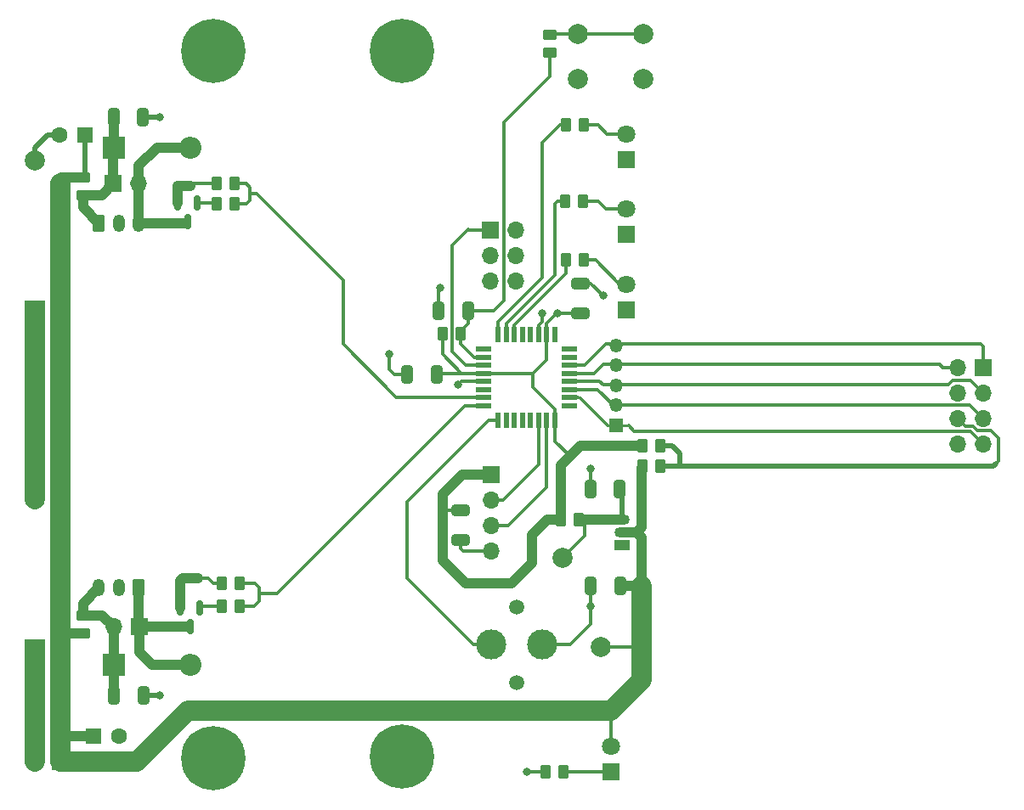
<source format=gbr>
%TF.GenerationSoftware,KiCad,Pcbnew,(7.0.0)*%
%TF.CreationDate,2023-09-21T17:16:17+12:00*%
%TF.ProjectId,MainBoard,4d61696e-426f-4617-9264-2e6b69636164,rev?*%
%TF.SameCoordinates,PX48ab840PY7b0df40*%
%TF.FileFunction,Copper,L1,Top*%
%TF.FilePolarity,Positive*%
%FSLAX46Y46*%
G04 Gerber Fmt 4.6, Leading zero omitted, Abs format (unit mm)*
G04 Created by KiCad (PCBNEW (7.0.0)) date 2023-09-21 17:16:17*
%MOMM*%
%LPD*%
G01*
G04 APERTURE LIST*
G04 Aperture macros list*
%AMRoundRect*
0 Rectangle with rounded corners*
0 $1 Rounding radius*
0 $2 $3 $4 $5 $6 $7 $8 $9 X,Y pos of 4 corners*
0 Add a 4 corners polygon primitive as box body*
4,1,4,$2,$3,$4,$5,$6,$7,$8,$9,$2,$3,0*
0 Add four circle primitives for the rounded corners*
1,1,$1+$1,$2,$3*
1,1,$1+$1,$4,$5*
1,1,$1+$1,$6,$7*
1,1,$1+$1,$8,$9*
0 Add four rect primitives between the rounded corners*
20,1,$1+$1,$2,$3,$4,$5,0*
20,1,$1+$1,$4,$5,$6,$7,0*
20,1,$1+$1,$6,$7,$8,$9,0*
20,1,$1+$1,$8,$9,$2,$3,0*%
G04 Aperture macros list end*
%TA.AperFunction,SMDPad,CuDef*%
%ADD10RoundRect,0.250000X0.262500X0.450000X-0.262500X0.450000X-0.262500X-0.450000X0.262500X-0.450000X0*%
%TD*%
%TA.AperFunction,ComponentPad*%
%ADD11R,1.800000X1.800000*%
%TD*%
%TA.AperFunction,ComponentPad*%
%ADD12C,1.800000*%
%TD*%
%TA.AperFunction,WasherPad*%
%ADD13C,1.500000*%
%TD*%
%TA.AperFunction,ComponentPad*%
%ADD14C,3.000000*%
%TD*%
%TA.AperFunction,ComponentPad*%
%ADD15R,1.350000X1.350000*%
%TD*%
%TA.AperFunction,ComponentPad*%
%ADD16O,1.350000X1.350000*%
%TD*%
%TA.AperFunction,SMDPad,CuDef*%
%ADD17RoundRect,0.250000X-0.262500X-0.450000X0.262500X-0.450000X0.262500X0.450000X-0.262500X0.450000X0*%
%TD*%
%TA.AperFunction,ComponentPad*%
%ADD18C,0.800000*%
%TD*%
%TA.AperFunction,ComponentPad*%
%ADD19C,6.400000*%
%TD*%
%TA.AperFunction,SMDPad,CuDef*%
%ADD20C,2.000000*%
%TD*%
%TA.AperFunction,SMDPad,CuDef*%
%ADD21RoundRect,0.150000X-0.150000X0.587500X-0.150000X-0.587500X0.150000X-0.587500X0.150000X0.587500X0*%
%TD*%
%TA.AperFunction,SMDPad,CuDef*%
%ADD22RoundRect,0.250000X-0.450000X0.262500X-0.450000X-0.262500X0.450000X-0.262500X0.450000X0.262500X0*%
%TD*%
%TA.AperFunction,SMDPad,CuDef*%
%ADD23RoundRect,0.250000X-0.325000X-0.650000X0.325000X-0.650000X0.325000X0.650000X-0.325000X0.650000X0*%
%TD*%
%TA.AperFunction,SMDPad,CuDef*%
%ADD24RoundRect,0.250000X0.450000X-0.262500X0.450000X0.262500X-0.450000X0.262500X-0.450000X-0.262500X0*%
%TD*%
%TA.AperFunction,ComponentPad*%
%ADD25C,2.000000*%
%TD*%
%TA.AperFunction,SMDPad,CuDef*%
%ADD26RoundRect,0.250000X0.650000X-0.325000X0.650000X0.325000X-0.650000X0.325000X-0.650000X-0.325000X0*%
%TD*%
%TA.AperFunction,ComponentPad*%
%ADD27R,1.700000X1.700000*%
%TD*%
%TA.AperFunction,ComponentPad*%
%ADD28O,1.700000X1.700000*%
%TD*%
%TA.AperFunction,SMDPad,CuDef*%
%ADD29R,0.550000X1.600000*%
%TD*%
%TA.AperFunction,SMDPad,CuDef*%
%ADD30R,1.600000X0.550000*%
%TD*%
%TA.AperFunction,ComponentPad*%
%ADD31R,2.200000X2.200000*%
%TD*%
%TA.AperFunction,ComponentPad*%
%ADD32O,2.200000X2.200000*%
%TD*%
%TA.AperFunction,ComponentPad*%
%ADD33R,1.500000X1.050000*%
%TD*%
%TA.AperFunction,ComponentPad*%
%ADD34O,1.500000X1.050000*%
%TD*%
%TA.AperFunction,SMDPad,CuDef*%
%ADD35RoundRect,0.250000X0.325000X0.650000X-0.325000X0.650000X-0.325000X-0.650000X0.325000X-0.650000X0*%
%TD*%
%TA.AperFunction,SMDPad,CuDef*%
%ADD36RoundRect,0.250000X-0.650000X0.325000X-0.650000X-0.325000X0.650000X-0.325000X0.650000X0.325000X0*%
%TD*%
%TA.AperFunction,ComponentPad*%
%ADD37R,1.600000X1.600000*%
%TD*%
%TA.AperFunction,ComponentPad*%
%ADD38C,1.600000*%
%TD*%
%TA.AperFunction,ComponentPad*%
%ADD39RoundRect,0.250000X0.350000X0.625000X-0.350000X0.625000X-0.350000X-0.625000X0.350000X-0.625000X0*%
%TD*%
%TA.AperFunction,ComponentPad*%
%ADD40O,1.200000X1.750000*%
%TD*%
%TA.AperFunction,ComponentPad*%
%ADD41RoundRect,0.250000X-0.350000X-0.625000X0.350000X-0.625000X0.350000X0.625000X-0.350000X0.625000X0*%
%TD*%
%TA.AperFunction,ComponentPad*%
%ADD42R,2.000000X2.000000*%
%TD*%
%TA.AperFunction,ViaPad*%
%ADD43C,0.800000*%
%TD*%
%TA.AperFunction,Conductor*%
%ADD44C,2.000000*%
%TD*%
%TA.AperFunction,Conductor*%
%ADD45C,0.300000*%
%TD*%
%TA.AperFunction,Conductor*%
%ADD46C,1.000000*%
%TD*%
%TA.AperFunction,Conductor*%
%ADD47C,0.500000*%
%TD*%
%TA.AperFunction,Conductor*%
%ADD48C,0.250000*%
%TD*%
G04 APERTURE END LIST*
D10*
%TO.P,R9,1*%
%TO.N,/L_MOTOR_PWM*%
X22756500Y59182000D03*
%TO.P,R9,2*%
%TO.N,Net-(Q1-G)*%
X20931500Y59182000D03*
%TD*%
%TO.P,R10,1*%
%TO.N,/R_MOTOR_PWM*%
X23264500Y21336000D03*
%TO.P,R10,2*%
%TO.N,GND*%
X21439500Y21336000D03*
%TD*%
D11*
%TO.P,D2,1,K*%
%TO.N,GND*%
X61721999Y48628999D03*
D12*
%TO.P,D2,2,A*%
%TO.N,Net-(D2-A)*%
X61722000Y51169000D03*
%TD*%
D13*
%TO.P,BZ1,*%
%TO.N,*%
X50800000Y18990000D03*
X50800000Y11490000D03*
D14*
%TO.P,BZ1,1,-*%
%TO.N,/BUZZER*%
X48260000Y15240000D03*
%TO.P,BZ1,2,+*%
%TO.N,GND*%
X53340000Y15240000D03*
%TD*%
D15*
%TO.P,J9,1,Pin_1*%
%TO.N,/IR_1*%
X60705999Y37115999D03*
D16*
%TO.P,J9,2,Pin_2*%
%TO.N,/IR_2*%
X60705999Y39115999D03*
%TO.P,J9,3,Pin_3*%
%TO.N,/IR_3*%
X60705999Y41115999D03*
%TO.P,J9,4,Pin_4*%
%TO.N,/IR_4*%
X60705999Y43115999D03*
%TO.P,J9,5,Pin_5*%
%TO.N,/IR_5*%
X60705999Y45115999D03*
%TD*%
D17*
%TO.P,R15,1*%
%TO.N,+6V*%
X63349500Y33020000D03*
%TO.P,R15,2*%
%TO.N,Net-(J4-Pin_6)*%
X65174500Y33020000D03*
%TD*%
D18*
%TO.P,H4,1*%
%TO.N,N/C*%
X37050944Y4064000D03*
X37753888Y5761056D03*
X37753888Y2366944D03*
X39450944Y6464000D03*
D19*
X39450944Y4064000D03*
D18*
X39450944Y1664000D03*
X41148000Y5761056D03*
X41148000Y2366944D03*
X41850944Y4064000D03*
%TD*%
D20*
%TO.P,TP6V1,1,1*%
%TO.N,+6V*%
X59182000Y14986000D03*
%TD*%
D21*
%TO.P,Q1,1,G*%
%TO.N,Net-(Q1-G)*%
X18984000Y59279000D03*
%TO.P,Q1,2,S*%
%TO.N,GND*%
X17084000Y59279000D03*
%TO.P,Q1,3,D*%
%TO.N,Net-(D5-A)*%
X18034000Y57404000D03*
%TD*%
D22*
%TO.P,R12,1*%
%TO.N,+6V*%
X7620000Y61872500D03*
%TO.P,R12,2*%
%TO.N,Net-(D5-K)*%
X7620000Y60047500D03*
%TD*%
D17*
%TO.P,R14,1*%
%TO.N,+3V3*%
X63349500Y35052000D03*
%TO.P,R14,2*%
%TO.N,Net-(J4-Pin_6)*%
X65174500Y35052000D03*
%TD*%
D23*
%TO.P,C7,1*%
%TO.N,Net-(D5-K)*%
X10668000Y67818000D03*
%TO.P,C7,2*%
%TO.N,GND*%
X13618000Y67818000D03*
%TD*%
D24*
%TO.P,R4,1*%
%TO.N,/RESET*%
X54102000Y74271500D03*
%TO.P,R4,2*%
%TO.N,Net-(SW1-A)*%
X54102000Y76096500D03*
%TD*%
D11*
%TO.P,D3,1,K*%
%TO.N,GND*%
X61721999Y56128999D03*
D12*
%TO.P,D3,2,A*%
%TO.N,Net-(D3-A)*%
X61722000Y58669000D03*
%TD*%
D25*
%TO.P,SW1,1,A*%
%TO.N,Net-(SW1-A)*%
X56948000Y76164000D03*
X63448000Y76164000D03*
%TO.P,SW1,2,B*%
%TO.N,GND*%
X56948000Y71664000D03*
X63448000Y71664000D03*
%TD*%
D17*
%TO.P,R2,1*%
%TO.N,+3V3*%
X55221500Y27686000D03*
%TO.P,R2,2*%
%TO.N,Net-(U1-VO)*%
X57046500Y27686000D03*
%TD*%
D10*
%TO.P,R11,1*%
%TO.N,/R_MOTOR_PWM*%
X23264500Y19050000D03*
%TO.P,R11,2*%
%TO.N,Net-(Q2-G)*%
X21439500Y19050000D03*
%TD*%
D26*
%TO.P,C3,1*%
%TO.N,+3V3*%
X57150000Y48309000D03*
%TO.P,C3,2*%
%TO.N,GND*%
X57150000Y51259000D03*
%TD*%
D21*
%TO.P,Q2,1,G*%
%TO.N,Net-(Q2-G)*%
X19238000Y18893000D03*
%TO.P,Q2,2,S*%
%TO.N,GND*%
X17338000Y18893000D03*
%TO.P,Q2,3,D*%
%TO.N,Net-(D6-A)*%
X18288000Y17018000D03*
%TD*%
D27*
%TO.P,J2,1,Pin_1*%
%TO.N,/UPDI_DATA*%
X48254999Y56626999D03*
D28*
%TO.P,J2,2,Pin_2*%
%TO.N,+3V3*%
X50794999Y56626999D03*
%TO.P,J2,3,Pin_3*%
%TO.N,unconnected-(J2-Pin_3-Pad3)*%
X48254999Y54086999D03*
%TO.P,J2,4,Pin_4*%
%TO.N,unconnected-(J2-Pin_4-Pad4)*%
X50794999Y54086999D03*
%TO.P,J2,5,Pin_5*%
%TO.N,unconnected-(J2-Pin_5-Pad5)*%
X48254999Y51546999D03*
%TO.P,J2,6,Pin_6*%
%TO.N,GND*%
X50794999Y51546999D03*
%TD*%
D29*
%TO.P,U2,1,PA3*%
%TO.N,/BUZZER*%
X49015999Y37659999D03*
%TO.P,U2,2,PA4*%
%TO.N,unconnected-(U2-PA4-Pad2)*%
X49815999Y37659999D03*
%TO.P,U2,3,PA5*%
%TO.N,unconnected-(U2-PA5-Pad3)*%
X50615999Y37659999D03*
%TO.P,U2,4,PA6*%
%TO.N,unconnected-(U2-PA6-Pad4)*%
X51415999Y37659999D03*
%TO.P,U2,5,PA7*%
%TO.N,unconnected-(U2-PA7-Pad5)*%
X52215999Y37659999D03*
%TO.P,U2,6,PC0*%
%TO.N,/TxD*%
X53015999Y37659999D03*
%TO.P,U2,7,PC1*%
%TO.N,/RxD*%
X53815999Y37659999D03*
%TO.P,U2,8,PC2*%
%TO.N,+3V3*%
X54615999Y37659999D03*
D30*
%TO.P,U2,9,PC3*%
%TO.N,unconnected-(U2-PC3-Pad9)*%
X56065999Y39109999D03*
%TO.P,U2,10,PD0*%
%TO.N,/IR_1*%
X56065999Y39909999D03*
%TO.P,U2,11,PD1*%
%TO.N,/IR_2*%
X56065999Y40709999D03*
%TO.P,U2,12,PD2*%
%TO.N,/IR_3*%
X56065999Y41509999D03*
%TO.P,U2,13,PD3*%
%TO.N,/IR_4*%
X56065999Y42309999D03*
%TO.P,U2,14,PD4*%
%TO.N,/IR_5*%
X56065999Y43109999D03*
%TO.P,U2,15,PD5*%
%TO.N,unconnected-(U2-PD5-Pad15)*%
X56065999Y43909999D03*
%TO.P,U2,16,PD6*%
%TO.N,unconnected-(U2-PD6-Pad16)*%
X56065999Y44709999D03*
D29*
%TO.P,U2,17,PD7*%
%TO.N,unconnected-(U2-PD7-Pad17)*%
X54615999Y46159999D03*
%TO.P,U2,18,AVDD*%
%TO.N,+3V3*%
X53815999Y46159999D03*
%TO.P,U2,19,GND*%
%TO.N,GND*%
X53015999Y46159999D03*
%TO.P,U2,20,PF0/TOSC1*%
%TO.N,unconnected-(U2-PF0{slash}TOSC1-Pad20)*%
X52215999Y46159999D03*
%TO.P,U2,21,PF1/TOSC2*%
%TO.N,unconnected-(U2-PF1{slash}TOSC2-Pad21)*%
X51415999Y46159999D03*
%TO.P,U2,22,PF2*%
%TO.N,/LED_1*%
X50615999Y46159999D03*
%TO.P,U2,23,PF3*%
%TO.N,/LED_2*%
X49815999Y46159999D03*
%TO.P,U2,24,PF4*%
%TO.N,/LED_3*%
X49015999Y46159999D03*
D30*
%TO.P,U2,25,PF5*%
%TO.N,unconnected-(U2-PF5-Pad25)*%
X47565999Y44709999D03*
%TO.P,U2,26,PF6/~{RESET}*%
%TO.N,/RESET*%
X47565999Y43909999D03*
%TO.P,U2,27,UPDI*%
%TO.N,/UPDI_DATA*%
X47565999Y43109999D03*
%TO.P,U2,28,VDD*%
%TO.N,+3V3*%
X47565999Y42309999D03*
%TO.P,U2,29,GND*%
%TO.N,GND*%
X47565999Y41509999D03*
%TO.P,U2,30,EXTCLK/PA0*%
%TO.N,unconnected-(U2-EXTCLK{slash}PA0-Pad30)*%
X47565999Y40709999D03*
%TO.P,U2,31,PA1*%
%TO.N,/L_MOTOR_PWM*%
X47565999Y39909999D03*
%TO.P,U2,32,PA2*%
%TO.N,/R_MOTOR_PWM*%
X47565999Y39109999D03*
%TD*%
D17*
%TO.P,R3,1*%
%TO.N,+3V3*%
X43434000Y46228000D03*
%TO.P,R3,2*%
%TO.N,/RESET*%
X45259000Y46228000D03*
%TD*%
D11*
%TO.P,D1,1,K*%
%TO.N,Net-(D1-K)*%
X60197999Y2534999D03*
D12*
%TO.P,D1,2,A*%
%TO.N,+6V*%
X60198000Y5075000D03*
%TD*%
D18*
%TO.P,H2,1*%
%TO.N,N/C*%
X36970000Y74422000D03*
X37672944Y76119056D03*
X37672944Y72724944D03*
X39370000Y76822000D03*
D19*
X39370000Y74422000D03*
D18*
X39370000Y72022000D03*
X41067056Y76119056D03*
X41067056Y72724944D03*
X41770000Y74422000D03*
%TD*%
D17*
%TO.P,R5,1*%
%TO.N,/LED_1*%
X55729500Y53594000D03*
%TO.P,R5,2*%
%TO.N,Net-(D2-A)*%
X57554500Y53594000D03*
%TD*%
%TO.P,R6,1*%
%TO.N,/LED_2*%
X55626000Y59436000D03*
%TO.P,R6,2*%
%TO.N,Net-(D3-A)*%
X57451000Y59436000D03*
%TD*%
D18*
%TO.P,H3,1*%
%TO.N,N/C*%
X18174000Y3890944D03*
X18876944Y5588000D03*
X18876944Y2193888D03*
X20574000Y6290944D03*
D19*
X20574000Y3890944D03*
D18*
X20574000Y1490944D03*
X22271056Y5588000D03*
X22271056Y2193888D03*
X22974000Y3890944D03*
%TD*%
D27*
%TO.P,J1,1,Pin_1*%
%TO.N,+6V*%
X5338999Y3555999D03*
D28*
%TO.P,J1,2,Pin_2*%
%TO.N,Net-(BT1-+)*%
X2798999Y3555999D03*
%TD*%
D23*
%TO.P,C8,1*%
%TO.N,Net-(D6-K)*%
X10717000Y10160000D03*
%TO.P,C8,2*%
%TO.N,GND*%
X13667000Y10160000D03*
%TD*%
D31*
%TO.P,D5,1,K*%
%TO.N,Net-(D5-K)*%
X10667999Y64769999D03*
D32*
%TO.P,D5,2,A*%
%TO.N,Net-(D5-A)*%
X18287999Y64769999D03*
%TD*%
D33*
%TO.P,U1,1,GND*%
%TO.N,GND*%
X61319999Y25145999D03*
D34*
%TO.P,U1,2,VI*%
%TO.N,+6V*%
X61319999Y26415999D03*
%TO.P,U1,3,VO*%
%TO.N,Net-(U1-VO)*%
X61319999Y27685999D03*
%TD*%
D11*
%TO.P,D4,1,K*%
%TO.N,GND*%
X61721999Y63628999D03*
D12*
%TO.P,D4,2,A*%
%TO.N,Net-(D4-A)*%
X61722000Y66169000D03*
%TD*%
D35*
%TO.P,C5,1*%
%TO.N,/RESET*%
X45974000Y48514000D03*
%TO.P,C5,2*%
%TO.N,GND*%
X43024000Y48514000D03*
%TD*%
D36*
%TO.P,C6,1*%
%TO.N,+3V3*%
X45212000Y28653000D03*
%TO.P,C6,2*%
%TO.N,GND*%
X45212000Y25703000D03*
%TD*%
D10*
%TO.P,R8,1*%
%TO.N,/L_MOTOR_PWM*%
X22756500Y61214000D03*
%TO.P,R8,2*%
%TO.N,GND*%
X20931500Y61214000D03*
%TD*%
D35*
%TO.P,C2,1*%
%TO.N,Net-(U1-VO)*%
X61116000Y30734000D03*
%TO.P,C2,2*%
%TO.N,GND*%
X58166000Y30734000D03*
%TD*%
D27*
%TO.P,J8,1,Pin_1*%
%TO.N,Net-(D6-A)*%
X13212999Y17017999D03*
D28*
%TO.P,J8,2,Pin_2*%
%TO.N,Net-(D6-K)*%
X10672999Y17017999D03*
%TD*%
D17*
%TO.P,R7,1*%
%TO.N,/LED_3*%
X55729500Y67056000D03*
%TO.P,R7,2*%
%TO.N,Net-(D4-A)*%
X57554500Y67056000D03*
%TD*%
D27*
%TO.P,J3,1,Pin_1*%
%TO.N,+3V3*%
X48259999Y32247999D03*
D28*
%TO.P,J3,2,Pin_2*%
%TO.N,/TxD*%
X48259999Y29707999D03*
%TO.P,J3,3,Pin_3*%
%TO.N,/RxD*%
X48259999Y27167999D03*
%TO.P,J3,4,Pin_4*%
%TO.N,GND*%
X48259999Y24627999D03*
%TD*%
D10*
%TO.P,R1,1*%
%TO.N,Net-(D1-K)*%
X55522500Y2540000D03*
%TO.P,R1,2*%
%TO.N,GND*%
X53697500Y2540000D03*
%TD*%
D20*
%TO.P,TP3V3,1,1*%
%TO.N,Net-(U1-VO)*%
X55372000Y23876000D03*
%TD*%
D37*
%TO.P,C9,1*%
%TO.N,+6V*%
X8700887Y6095999D03*
D38*
%TO.P,C9,2*%
%TO.N,GND*%
X11200888Y6096000D03*
%TD*%
D35*
%TO.P,C1,1*%
%TO.N,+6V*%
X61165000Y21082000D03*
%TO.P,C1,2*%
%TO.N,GND*%
X58215000Y21082000D03*
%TD*%
D31*
%TO.P,D6,1,K*%
%TO.N,Net-(D6-K)*%
X10667999Y13207999D03*
D32*
%TO.P,D6,2,A*%
%TO.N,Net-(D6-A)*%
X18287999Y13207999D03*
%TD*%
D35*
%TO.P,C4,1*%
%TO.N,+3V3*%
X42877000Y42164000D03*
%TO.P,C4,2*%
%TO.N,GND*%
X39927000Y42164000D03*
%TD*%
D39*
%TO.P,J5,1,Pin_1*%
%TO.N,Net-(D6-A)*%
X13176000Y20918000D03*
D40*
%TO.P,J5,2,Pin_2*%
%TO.N,unconnected-(J5-Pin_2-Pad2)*%
X11175999Y20917999D03*
%TO.P,J5,3,Pin_3*%
%TO.N,Net-(D6-K)*%
X9175999Y20917999D03*
%TD*%
D41*
%TO.P,J6,1,Pin_1*%
%TO.N,Net-(D5-K)*%
X9176000Y57314000D03*
D40*
%TO.P,J6,2,Pin_2*%
%TO.N,unconnected-(J6-Pin_2-Pad2)*%
X11175999Y57313999D03*
%TO.P,J6,3,Pin_3*%
%TO.N,Net-(D5-A)*%
X13175999Y57313999D03*
%TD*%
D37*
%TO.P,C10,1*%
%TO.N,+6V*%
X7809111Y66039999D03*
D38*
%TO.P,C10,2*%
%TO.N,GND*%
X5309112Y66040000D03*
%TD*%
D24*
%TO.P,R13,1*%
%TO.N,+6V*%
X7620000Y16359500D03*
%TO.P,R13,2*%
%TO.N,Net-(D6-K)*%
X7620000Y18184500D03*
%TD*%
D27*
%TO.P,J7,1,Pin_1*%
%TO.N,Net-(D5-K)*%
X10662999Y61213999D03*
D28*
%TO.P,J7,2,Pin_2*%
%TO.N,Net-(D5-A)*%
X13202999Y61213999D03*
%TD*%
D18*
%TO.P,H1,1,1*%
%TO.N,GND*%
X18174000Y74422000D03*
X18876944Y76119056D03*
X18876944Y72724944D03*
X20574000Y76822000D03*
D19*
X20574000Y74422000D03*
D18*
X20574000Y72022000D03*
X22271056Y76119056D03*
X22271056Y72724944D03*
X22974000Y74422000D03*
%TD*%
D42*
%TO.P,BT1,1,+*%
%TO.N,Net-(BT1-+)*%
X2793999Y14727999D03*
D25*
%TO.P,BT1,2,-*%
%TO.N,Net-(BT1--)*%
X2794000Y29718000D03*
%TD*%
D42*
%TO.P,BT2,1,+*%
%TO.N,Net-(BT1--)*%
X2793999Y48513999D03*
D25*
%TO.P,BT2,2,-*%
%TO.N,GND*%
X2794000Y63504000D03*
%TD*%
D27*
%TO.P,J4,1,Pin_1*%
%TO.N,/IR_5*%
X97286999Y42915999D03*
D28*
%TO.P,J4,2,Pin_2*%
%TO.N,/IR_4*%
X94746999Y42915999D03*
%TO.P,J4,3,Pin_3*%
%TO.N,/IR_3*%
X97286999Y40375999D03*
%TO.P,J4,4,Pin_4*%
%TO.N,GND*%
X94746999Y40375999D03*
%TO.P,J4,5,Pin_5*%
%TO.N,/IR_2*%
X97286999Y37835999D03*
%TO.P,J4,6,Pin_6*%
%TO.N,Net-(J4-Pin_6)*%
X94746999Y37835999D03*
%TO.P,J4,7,Pin_7*%
%TO.N,/IR_1*%
X97286999Y35295999D03*
%TO.P,J4,8,Pin_8*%
%TO.N,GND*%
X94746999Y35295999D03*
%TD*%
D43*
%TO.N,GND*%
X17033317Y60960000D03*
X59436000Y50038000D03*
X43180000Y50800000D03*
X15240000Y67818000D03*
X19050000Y21844000D03*
X58166000Y32766000D03*
X51816000Y2540000D03*
X53340000Y48260000D03*
X58166000Y19050000D03*
X18288000Y60960000D03*
X15240000Y10160000D03*
X38100000Y44196000D03*
X17526000Y21844000D03*
X44958000Y41148000D03*
%TO.N,+3V3*%
X54864000Y48260000D03*
%TD*%
D44*
%TO.N,Net-(BT1-+)*%
X2799000Y14723000D02*
X2794000Y14728000D01*
X2799000Y3556000D02*
X2799000Y14723000D01*
%TO.N,Net-(BT1--)*%
X2794000Y29718000D02*
X2794000Y48514000D01*
D45*
%TO.N,GND*%
X53340000Y48260000D02*
X53340000Y47459000D01*
X53016000Y47135000D02*
X53016000Y46160000D01*
X20574000Y21336000D02*
X20066000Y21844000D01*
X58215000Y21082000D02*
X58215000Y19099000D01*
X58166000Y30734000D02*
X58166000Y32766000D01*
D46*
X17338000Y21656000D02*
X17526000Y21844000D01*
D45*
X18542000Y61214000D02*
X18288000Y60960000D01*
X21439500Y21336000D02*
X20574000Y21336000D01*
X53340000Y47459000D02*
X53016000Y47135000D01*
X58215000Y19099000D02*
X58166000Y19050000D01*
X38100000Y42672000D02*
X38100000Y44196000D01*
D46*
X17084000Y59279000D02*
X17084000Y60909317D01*
D45*
X57150000Y51259000D02*
X58215000Y51259000D01*
X45320000Y41510000D02*
X44958000Y41148000D01*
X53697500Y2540000D02*
X51816000Y2540000D01*
X45466000Y24628000D02*
X48260000Y24628000D01*
X43024000Y48514000D02*
X43024000Y50644000D01*
X47566000Y41510000D02*
X45320000Y41510000D01*
D47*
X13618000Y67818000D02*
X15240000Y67818000D01*
D45*
X39927000Y42164000D02*
X38608000Y42164000D01*
D47*
X4064000Y66040000D02*
X2794000Y64770000D01*
D45*
X53340000Y15240000D02*
X56134000Y15240000D01*
X45212000Y24882000D02*
X45466000Y24628000D01*
D47*
X13667000Y10160000D02*
X15240000Y10160000D01*
D45*
X38608000Y42164000D02*
X38100000Y42672000D01*
X20931500Y61214000D02*
X18542000Y61214000D01*
X20066000Y21844000D02*
X19050000Y21844000D01*
D47*
X2794000Y64770000D02*
X2794000Y63504000D01*
D46*
X17033317Y60960000D02*
X18288000Y60960000D01*
D45*
X58166000Y17272000D02*
X58166000Y19050000D01*
X43024000Y50644000D02*
X43180000Y50800000D01*
D46*
X17526000Y21844000D02*
X19050000Y21844000D01*
X17084000Y60909317D02*
X17033317Y60960000D01*
D45*
X56134000Y15240000D02*
X58166000Y17272000D01*
D46*
X17338000Y18893000D02*
X17338000Y21656000D01*
D45*
X45212000Y25703000D02*
X45212000Y24882000D01*
D47*
X5309112Y66040000D02*
X4064000Y66040000D01*
D45*
X58215000Y51259000D02*
X59436000Y50038000D01*
D46*
%TO.N,+6V*%
X62738000Y26416000D02*
X63246000Y26924000D01*
D47*
X7809112Y62061612D02*
X7620000Y61872500D01*
D45*
X60198000Y5075000D02*
X60198000Y8636000D01*
D44*
X63246000Y15240000D02*
X63246000Y21082000D01*
X18034000Y8636000D02*
X60198000Y8636000D01*
D46*
X63246000Y26924000D02*
X63246000Y32916500D01*
D44*
X7620000Y3556000D02*
X11684000Y3556000D01*
D45*
X59182000Y14986000D02*
X62992000Y14986000D01*
D44*
X11684000Y3556000D02*
X12954000Y3556000D01*
X60198000Y8636000D02*
X63246000Y11684000D01*
D45*
X12446000Y4318000D02*
X11684000Y3556000D01*
D46*
X7620000Y16359500D02*
X5442500Y16359500D01*
X63246000Y32916500D02*
X63349500Y33020000D01*
D44*
X5339000Y3556000D02*
X5339000Y6096000D01*
X5339000Y16256000D02*
X5339000Y61214000D01*
D46*
X61320000Y26416000D02*
X62738000Y26416000D01*
X5442500Y16359500D02*
X5339000Y16256000D01*
D44*
X12954000Y3556000D02*
X18034000Y8636000D01*
X5339000Y6096000D02*
X5339000Y16256000D01*
D46*
X61165000Y21082000D02*
X63246000Y21082000D01*
D45*
X62992000Y14986000D02*
X63246000Y15240000D01*
D46*
X7620000Y61872500D02*
X5442500Y61872500D01*
D47*
X7809112Y66040000D02*
X7809112Y62061612D01*
D46*
X63246000Y25908000D02*
X63246000Y21082000D01*
X8700888Y6096000D02*
X5339000Y6096000D01*
D44*
X5339000Y3556000D02*
X7620000Y3556000D01*
X63246000Y11684000D02*
X63246000Y15240000D01*
D46*
X62738000Y26416000D02*
X63246000Y25908000D01*
D45*
%TO.N,Net-(U1-VO)*%
X57596500Y27686000D02*
X57596500Y26100500D01*
D47*
X61320000Y30530000D02*
X61116000Y30734000D01*
D46*
X61320000Y27686000D02*
X57596500Y27686000D01*
D45*
X57596500Y26100500D02*
X55372000Y23876000D01*
D47*
X61320000Y27686000D02*
X61320000Y30530000D01*
D46*
%TO.N,+3V3*%
X43434000Y30226000D02*
X43434000Y28702000D01*
X55221500Y33123500D02*
X56134000Y34036000D01*
X50292000Y21336000D02*
X52324000Y23368000D01*
D45*
X54616000Y35554000D02*
X56134000Y34036000D01*
X53816000Y46160000D02*
X53816000Y47260000D01*
X47566000Y42310000D02*
X45320000Y42310000D01*
D46*
X48260000Y32248000D02*
X45456000Y32248000D01*
D45*
X43483000Y28653000D02*
X43434000Y28702000D01*
X52470000Y40906000D02*
X52470000Y42310000D01*
D46*
X55221500Y27686000D02*
X55221500Y33123500D01*
D45*
X52470000Y42310000D02*
X53816000Y43656000D01*
D46*
X57150000Y35052000D02*
X63349500Y35052000D01*
X52324000Y26162000D02*
X53848000Y27686000D01*
X53848000Y27686000D02*
X55221500Y27686000D01*
D45*
X45212000Y28653000D02*
X43483000Y28653000D01*
X53816000Y43656000D02*
X53816000Y46160000D01*
X53816000Y47260000D02*
X54816000Y48260000D01*
X43434000Y44196000D02*
X43434000Y46228000D01*
D46*
X45720000Y21336000D02*
X50292000Y21336000D01*
D45*
X54865000Y48309000D02*
X57150000Y48309000D01*
X54616000Y37660000D02*
X54616000Y35554000D01*
D46*
X45456000Y32248000D02*
X43434000Y30226000D01*
D45*
X45320000Y42310000D02*
X43023000Y42310000D01*
X54864000Y48260000D02*
X54864000Y48308000D01*
X43023000Y42310000D02*
X42877000Y42164000D01*
X47566000Y42310000D02*
X52470000Y42310000D01*
X54864000Y48308000D02*
X54865000Y48309000D01*
X45320000Y42310000D02*
X43434000Y44196000D01*
D46*
X52324000Y23368000D02*
X52324000Y26162000D01*
X43434000Y23622000D02*
X45720000Y21336000D01*
D45*
X54616000Y37660000D02*
X54616000Y38760000D01*
D46*
X43434000Y28702000D02*
X43434000Y23622000D01*
X56134000Y34036000D02*
X57150000Y35052000D01*
D45*
X54816000Y48260000D02*
X54864000Y48260000D01*
X54616000Y38760000D02*
X52470000Y40906000D01*
%TO.N,/RESET*%
X49530000Y49530000D02*
X48514000Y48514000D01*
X48514000Y48514000D02*
X45974000Y48514000D01*
X54102000Y71882000D02*
X54102000Y74271500D01*
X54102000Y71882000D02*
X49530000Y67310000D01*
X45259000Y46228000D02*
X45259000Y46529000D01*
X45259000Y46529000D02*
X45974000Y47244000D01*
X45974000Y47244000D02*
X45974000Y48514000D01*
X49530000Y67310000D02*
X49530000Y49530000D01*
X45259000Y45242000D02*
X45259000Y46228000D01*
X47566000Y43910000D02*
X46591000Y43910000D01*
X46591000Y43910000D02*
X45259000Y45242000D01*
%TO.N,Net-(D1-K)*%
X60193000Y2540000D02*
X60198000Y2535000D01*
X55522500Y2540000D02*
X60193000Y2540000D01*
%TO.N,Net-(D2-A)*%
X61099000Y51169000D02*
X61722000Y51169000D01*
X58674000Y53594000D02*
X61099000Y51169000D01*
X57554500Y53594000D02*
X58674000Y53594000D01*
%TO.N,Net-(D3-A)*%
X57451000Y59436000D02*
X58928000Y59436000D01*
X59690000Y58674000D02*
X61717000Y58674000D01*
X61717000Y58674000D02*
X61722000Y58669000D01*
X58928000Y59436000D02*
X59690000Y58674000D01*
%TO.N,Net-(D4-A)*%
X59815000Y66169000D02*
X61722000Y66169000D01*
X57554500Y67056000D02*
X58928000Y67056000D01*
X58928000Y67056000D02*
X59815000Y66169000D01*
%TO.N,/UPDI_DATA*%
X44396500Y44503500D02*
X44396500Y55064500D01*
X45790000Y43110000D02*
X44396500Y44503500D01*
X47566000Y43110000D02*
X45790000Y43110000D01*
X45989000Y56627000D02*
X48255000Y56627000D01*
X44396500Y55064500D02*
X45974000Y56642000D01*
X45974000Y56642000D02*
X45989000Y56627000D01*
%TO.N,/TxD*%
X53016000Y33204000D02*
X49520000Y29708000D01*
X49520000Y29708000D02*
X48260000Y29708000D01*
X53016000Y37660000D02*
X53016000Y33204000D01*
%TO.N,/RxD*%
X53816000Y30956000D02*
X50028000Y27168000D01*
X53816000Y37660000D02*
X53816000Y30956000D01*
X50028000Y27168000D02*
X48260000Y27168000D01*
%TO.N,/IR_1*%
X97287000Y35296000D02*
X96087000Y36496000D01*
D48*
X61944000Y37116000D02*
X60706000Y37116000D01*
D45*
X62564000Y36496000D02*
X61976000Y37084000D01*
D48*
X56896000Y39910000D02*
X57118000Y39910000D01*
D45*
X96087000Y36496000D02*
X62564000Y36496000D01*
X56896000Y39910000D02*
X56066000Y39910000D01*
D48*
X61976000Y37084000D02*
X61944000Y37116000D01*
X59912000Y37116000D02*
X60706000Y37116000D01*
X57118000Y39910000D02*
X59912000Y37116000D01*
D45*
%TO.N,/IR_4*%
X58566000Y42310000D02*
X56066000Y42310000D01*
X94747000Y42916000D02*
X93228000Y42916000D01*
X92964000Y43180000D02*
X59436000Y43180000D01*
X59436000Y43180000D02*
X58566000Y42310000D01*
X93228000Y42916000D02*
X92964000Y43180000D01*
%TO.N,/IR_2*%
X60452000Y39116000D02*
X58858000Y40710000D01*
X96007000Y39116000D02*
X60452000Y39116000D01*
X97287000Y37836000D02*
X96007000Y39116000D01*
X58858000Y40710000D02*
X56066000Y40710000D01*
%TO.N,/IR_5*%
X97287000Y42916000D02*
X97287000Y44953000D01*
X97287000Y44953000D02*
X97028000Y45212000D01*
X97028000Y45212000D02*
X59690000Y45212000D01*
X57588000Y43110000D02*
X56066000Y43110000D01*
X59690000Y45212000D02*
X57588000Y43110000D01*
%TO.N,/IR_3*%
X59436000Y41148000D02*
X59074000Y41510000D01*
X93821943Y41148000D02*
X59436000Y41148000D01*
X94249943Y41576000D02*
X93821943Y41148000D01*
X59074000Y41510000D02*
X56066000Y41510000D01*
X96087000Y41576000D02*
X94249943Y41576000D01*
X97287000Y40376000D02*
X96087000Y41576000D01*
%TO.N,Net-(SW1-A)*%
X56948000Y76164000D02*
X54216500Y76164000D01*
X56948000Y76164000D02*
X63448000Y76164000D01*
%TO.N,/LED_1*%
X55729500Y52248500D02*
X55729500Y53594000D01*
X50616000Y46160000D02*
X50616000Y47135000D01*
X50616000Y47135000D02*
X55729500Y52248500D01*
%TO.N,/LED_2*%
X53102000Y50562000D02*
X54610000Y52070000D01*
X54864000Y59436000D02*
X55626000Y59436000D01*
X54610000Y59182000D02*
X54864000Y59436000D01*
X53102000Y50546000D02*
X53102000Y50562000D01*
X54610000Y52070000D02*
X54610000Y59182000D01*
X49816000Y47260000D02*
X53102000Y50546000D01*
X49816000Y46160000D02*
X49816000Y47260000D01*
%TO.N,/LED_3*%
X55118000Y67056000D02*
X55729500Y67056000D01*
X53340000Y51816000D02*
X53340000Y65278000D01*
X53340000Y65278000D02*
X55118000Y67056000D01*
X49016000Y46160000D02*
X49016000Y47492000D01*
X49016000Y47492000D02*
X53340000Y51816000D01*
%TO.N,/BUZZER*%
X39878000Y21844000D02*
X46482000Y15240000D01*
X46482000Y15240000D02*
X48260000Y15240000D01*
X49016000Y37660000D02*
X48074000Y37660000D01*
X48074000Y37660000D02*
X39878000Y29464000D01*
X39878000Y29464000D02*
X39878000Y21844000D01*
D46*
%TO.N,Net-(D5-K)*%
X10663000Y61214000D02*
X10663000Y64765000D01*
X9496500Y60047500D02*
X10663000Y61214000D01*
X7620000Y60047500D02*
X7620000Y58870000D01*
X7620000Y60047500D02*
X9496500Y60047500D01*
X7620000Y58870000D02*
X9176000Y57314000D01*
X10668000Y64770000D02*
X10668000Y67818000D01*
X10663000Y64765000D02*
X10668000Y64770000D01*
%TO.N,Net-(D6-K)*%
X7620000Y18184500D02*
X7620000Y19362000D01*
X7620000Y19362000D02*
X9176000Y20918000D01*
X10668000Y10209000D02*
X10717000Y10160000D01*
X10673000Y17018000D02*
X10673000Y13213000D01*
X10673000Y13213000D02*
X10668000Y13208000D01*
X10668000Y13208000D02*
X10668000Y10209000D01*
X9506500Y18184500D02*
X10673000Y17018000D01*
X7620000Y18184500D02*
X9506500Y18184500D01*
D45*
%TO.N,/L_MOTOR_PWM*%
X24257000Y59563000D02*
X24257000Y60833000D01*
X23876000Y59182000D02*
X24257000Y59563000D01*
X33528000Y45212000D02*
X33528000Y51562000D01*
X47566000Y39910000D02*
X38830000Y39910000D01*
X24892000Y60198000D02*
X24257000Y60198000D01*
X33528000Y51562000D02*
X24892000Y60198000D01*
X22756500Y59182000D02*
X23876000Y59182000D01*
X23876000Y61214000D02*
X22756500Y61214000D01*
X38830000Y39910000D02*
X33528000Y45212000D01*
X24257000Y60833000D02*
X23876000Y61214000D01*
%TO.N,/R_MOTOR_PWM*%
X24638000Y19050000D02*
X25146000Y19558000D01*
X25146000Y20931500D02*
X24741500Y21336000D01*
X25146000Y20320000D02*
X26924000Y20320000D01*
X25146000Y19558000D02*
X25146000Y20931500D01*
X45714000Y39110000D02*
X47566000Y39110000D01*
X24741500Y21336000D02*
X23264500Y21336000D01*
X23161000Y19050000D02*
X24638000Y19050000D01*
X26924000Y20320000D02*
X45714000Y39110000D01*
D46*
%TO.N,Net-(D5-A)*%
X13203000Y62987000D02*
X14986000Y64770000D01*
X13203000Y61214000D02*
X13203000Y62987000D01*
X13176000Y61187000D02*
X13203000Y61214000D01*
X14986000Y64770000D02*
X18288000Y64770000D01*
X13176000Y57314000D02*
X17780000Y57314000D01*
X13176000Y57314000D02*
X13176000Y61187000D01*
%TO.N,Net-(D6-A)*%
X18288000Y13208000D02*
X14478000Y13208000D01*
X13213000Y14473000D02*
X13213000Y17018000D01*
X13213000Y17018000D02*
X18034000Y17018000D01*
X13176000Y20918000D02*
X13176000Y17055000D01*
X13176000Y17055000D02*
X13213000Y17018000D01*
X14478000Y13208000D02*
X13213000Y14473000D01*
D45*
%TO.N,Net-(Q1-G)*%
X20834500Y59279000D02*
X20931500Y59182000D01*
X18984000Y59279000D02*
X20834500Y59279000D01*
%TO.N,Net-(Q2-G)*%
X19395000Y19050000D02*
X19238000Y18893000D01*
X21336000Y19050000D02*
X19395000Y19050000D01*
%TO.N,Net-(J4-Pin_6)*%
X98552000Y33274000D02*
X98806000Y33528000D01*
X98806000Y33528000D02*
X98806000Y35814000D01*
D47*
X98298000Y33020000D02*
X65174500Y33020000D01*
X67056000Y34290000D02*
X67056000Y33020000D01*
D45*
X98806000Y35814000D02*
X98044000Y36576000D01*
X95587000Y36996000D02*
X94747000Y37836000D01*
X98044000Y36576000D02*
X96714106Y36576000D01*
X96294106Y36996000D02*
X95587000Y36996000D01*
D47*
X65174500Y35052000D02*
X66294000Y35052000D01*
X66294000Y35052000D02*
X67056000Y34290000D01*
X98552000Y33274000D02*
X98298000Y33020000D01*
D45*
X96714106Y36576000D02*
X96294106Y36996000D01*
%TD*%
M02*

</source>
